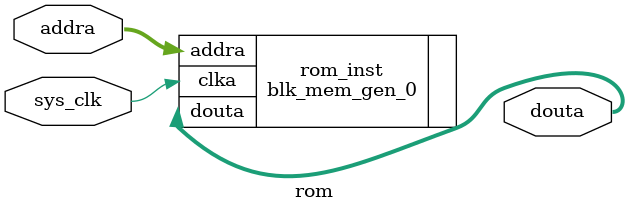
<source format=v>
module rom(
	input	wire				sys_clk,
	input 	wire 	[7 : 0] 	addra,
	output 	wire 	[7 : 0] 	douta
 );
 
//例化单端rom
blk_mem_gen_0 rom_inst (
  .clka(sys_clk),    // input wire clka
  .addra(addra),  // input wire [7 : 0] addra
  .douta(douta)  // output wire [7 : 0] douta
);
endmodule
</source>
